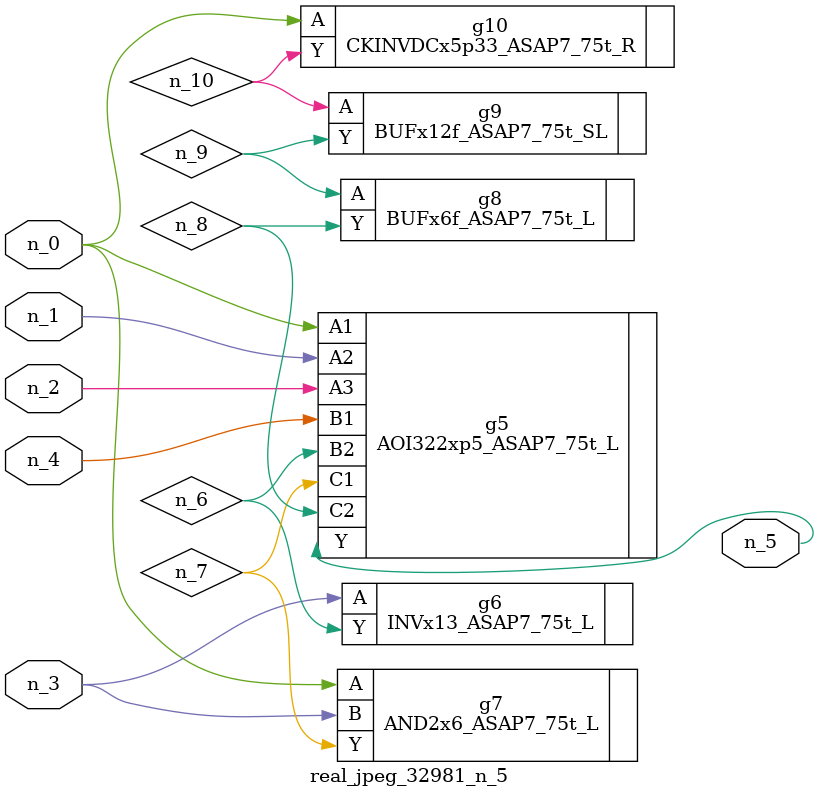
<source format=v>
module real_jpeg_32981_n_5 (n_4, n_0, n_1, n_2, n_3, n_5);

input n_4;
input n_0;
input n_1;
input n_2;
input n_3;

output n_5;

wire n_8;
wire n_6;
wire n_7;
wire n_10;
wire n_9;

AOI322xp5_ASAP7_75t_L g5 ( 
.A1(n_0),
.A2(n_1),
.A3(n_2),
.B1(n_4),
.B2(n_6),
.C1(n_7),
.C2(n_8),
.Y(n_5)
);

AND2x6_ASAP7_75t_L g7 ( 
.A(n_0),
.B(n_3),
.Y(n_7)
);

CKINVDCx5p33_ASAP7_75t_R g10 ( 
.A(n_0),
.Y(n_10)
);

INVx13_ASAP7_75t_L g6 ( 
.A(n_3),
.Y(n_6)
);

BUFx6f_ASAP7_75t_L g8 ( 
.A(n_9),
.Y(n_8)
);

BUFx12f_ASAP7_75t_SL g9 ( 
.A(n_10),
.Y(n_9)
);


endmodule
</source>
